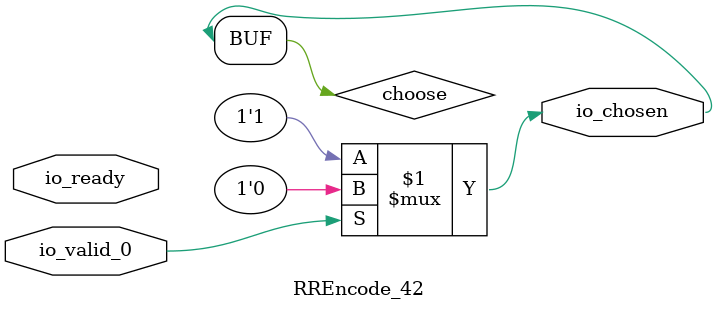
<source format=v>
module RREncode_42(
    input  io_valid_0,
    output io_chosen,
    input  io_ready);
  wire choose;
  assign io_chosen = choose;
  assign choose = io_valid_0 ? 1'h0 : 1'h1;
endmodule
</source>
